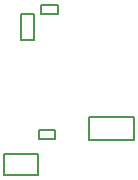
<source format=gbr>
%TF.GenerationSoftware,Altium Limited,Altium Designer,22.10.1 (41)*%
G04 Layer_Color=32768*
%FSLAX45Y45*%
%MOMM*%
%TF.SameCoordinates,19E9B31E-7746-43A9-897C-89C24B045B63*%
%TF.FilePolarity,Positive*%
%TF.FileFunction,Other,Top_Courtyard*%
%TF.Part,Single*%
G01*
G75*
%TA.AperFunction,NonConductor*%
%ADD23C,0.20000*%
D23*
X2442200Y667746D02*
Y868954D01*
Y667746D02*
X2823413D01*
Y868954D01*
X2442200D02*
X2823413D01*
X1868213Y1733882D02*
X1978215D01*
X1868213Y1513882D02*
Y1733882D01*
Y1513882D02*
X1978215D01*
Y1733882D01*
X2039422Y1739229D02*
Y1814231D01*
Y1739229D02*
X2179427D01*
Y1814231D01*
X2039422D02*
X2179427D01*
X2018604Y680049D02*
Y755051D01*
Y680049D02*
X2158609D01*
Y755051D01*
X2018604D02*
X2158609D01*
X1729608Y378551D02*
Y548549D01*
Y378551D02*
X2009608D01*
Y548549D01*
X1729608D02*
X2009608D01*
%TF.MD5,e8e48ba8219382184de5f2283c7c8720*%
M02*

</source>
